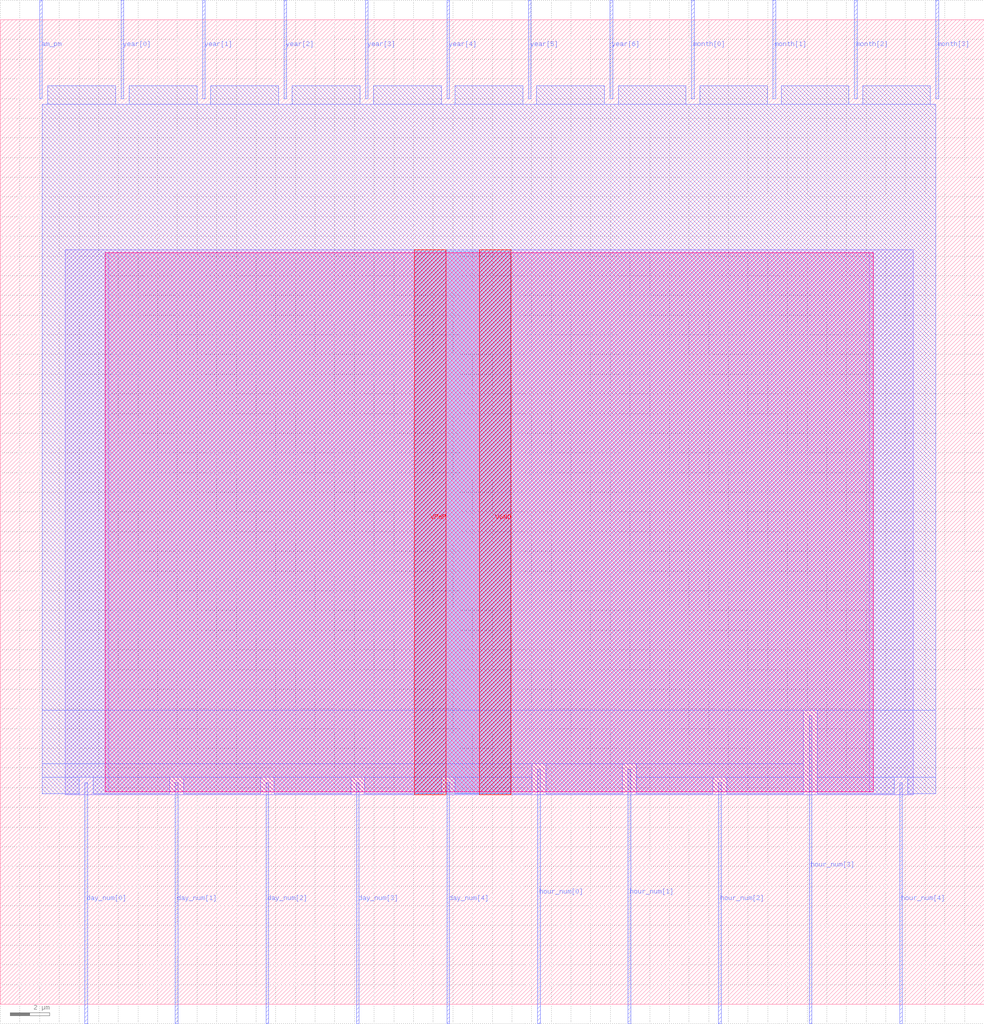
<source format=lef>
VERSION 5.7 ;
  NOWIREEXTENSIONATPIN ON ;
  DIVIDERCHAR "/" ;
  BUSBITCHARS "[]" ;
MACRO decode_day
  CLASS BLOCK ;
  FOREIGN decode_day ;
  ORIGIN 0.000 0.000 ;
  SIZE 50.000 BY 50.000 ;
  PIN VGND
    DIRECTION INOUT ;
    USE GROUND ;
    PORT
      LAYER met4 ;
        RECT 24.340 10.640 25.940 38.320 ;
    END
  END VGND
  PIN VPWR
    DIRECTION INOUT ;
    USE POWER ;
    PORT
      LAYER met4 ;
        RECT 21.040 10.640 22.640 38.320 ;
    END
  END VPWR
  PIN am_pm
    DIRECTION INPUT ;
    USE SIGNAL ;
    ANTENNAGATEAREA 0.196500 ;
    PORT
      LAYER met2 ;
        RECT 2.000 46.000 2.140 51.000 ;
    END
  END am_pm
  PIN day_num[0]
    DIRECTION OUTPUT ;
    USE SIGNAL ;
    ANTENNADIFFAREA 0.445500 ;
    PORT
      LAYER met2 ;
        RECT 4.300 -1.000 4.440 11.260 ;
    END
  END day_num[0]
  PIN day_num[1]
    DIRECTION OUTPUT ;
    USE SIGNAL ;
    ANTENNADIFFAREA 0.445500 ;
    PORT
      LAYER met2 ;
        RECT 8.900 -1.000 9.040 11.260 ;
    END
  END day_num[1]
  PIN day_num[2]
    DIRECTION OUTPUT ;
    USE SIGNAL ;
    PORT
      LAYER met2 ;
        RECT 13.500 -1.000 13.640 11.260 ;
    END
  END day_num[2]
  PIN day_num[3]
    DIRECTION OUTPUT ;
    USE SIGNAL ;
    PORT
      LAYER met2 ;
        RECT 18.100 -1.000 18.240 11.260 ;
    END
  END day_num[3]
  PIN day_num[4]
    DIRECTION OUTPUT ;
    USE SIGNAL ;
    PORT
      LAYER met2 ;
        RECT 22.700 -1.000 22.840 11.260 ;
    END
  END day_num[4]
  PIN hour_num[0]
    DIRECTION OUTPUT ;
    USE SIGNAL ;
    PORT
      LAYER met2 ;
        RECT 27.300 -1.000 27.440 11.940 ;
    END
  END hour_num[0]
  PIN hour_num[1]
    DIRECTION OUTPUT ;
    USE SIGNAL ;
    PORT
      LAYER met2 ;
        RECT 31.900 -1.000 32.040 11.940 ;
    END
  END hour_num[1]
  PIN hour_num[2]
    DIRECTION OUTPUT ;
    USE SIGNAL ;
    ANTENNADIFFAREA 0.445500 ;
    PORT
      LAYER met2 ;
        RECT 36.500 -1.000 36.640 11.260 ;
    END
  END hour_num[2]
  PIN hour_num[3]
    DIRECTION OUTPUT ;
    USE SIGNAL ;
    PORT
      LAYER met2 ;
        RECT 41.100 -1.000 41.240 14.660 ;
    END
  END hour_num[3]
  PIN hour_num[4]
    DIRECTION OUTPUT ;
    USE SIGNAL ;
    ANTENNADIFFAREA 0.445500 ;
    PORT
      LAYER met2 ;
        RECT 45.700 -1.000 45.840 11.260 ;
    END
  END hour_num[4]
  PIN month[0]
    DIRECTION INPUT ;
    USE SIGNAL ;
    ANTENNAGATEAREA 0.196500 ;
    PORT
      LAYER met2 ;
        RECT 35.120 46.000 35.260 51.000 ;
    END
  END month[0]
  PIN month[1]
    DIRECTION INPUT ;
    USE SIGNAL ;
    ANTENNAGATEAREA 0.196500 ;
    PORT
      LAYER met2 ;
        RECT 39.260 46.000 39.400 51.000 ;
    END
  END month[1]
  PIN month[2]
    DIRECTION INPUT ;
    USE SIGNAL ;
    ANTENNAGATEAREA 0.196500 ;
    PORT
      LAYER met2 ;
        RECT 43.400 46.000 43.540 51.000 ;
    END
  END month[2]
  PIN month[3]
    DIRECTION INPUT ;
    USE SIGNAL ;
    ANTENNAGATEAREA 0.196500 ;
    PORT
      LAYER met2 ;
        RECT 47.540 46.000 47.680 51.000 ;
    END
  END month[3]
  PIN year[0]
    DIRECTION INPUT ;
    USE SIGNAL ;
    ANTENNAGATEAREA 0.196500 ;
    PORT
      LAYER met2 ;
        RECT 6.140 46.000 6.280 51.000 ;
    END
  END year[0]
  PIN year[1]
    DIRECTION INPUT ;
    USE SIGNAL ;
    ANTENNAGATEAREA 0.196500 ;
    PORT
      LAYER met2 ;
        RECT 10.280 46.000 10.420 51.000 ;
    END
  END year[1]
  PIN year[2]
    DIRECTION INPUT ;
    USE SIGNAL ;
    PORT
      LAYER met2 ;
        RECT 14.420 46.000 14.560 51.000 ;
    END
  END year[2]
  PIN year[3]
    DIRECTION INPUT ;
    USE SIGNAL ;
    PORT
      LAYER met2 ;
        RECT 18.560 46.000 18.700 51.000 ;
    END
  END year[3]
  PIN year[4]
    DIRECTION INPUT ;
    USE SIGNAL ;
    PORT
      LAYER met2 ;
        RECT 22.700 46.000 22.840 51.000 ;
    END
  END year[4]
  PIN year[5]
    DIRECTION INPUT ;
    USE SIGNAL ;
    PORT
      LAYER met2 ;
        RECT 26.840 46.000 26.980 51.000 ;
    END
  END year[5]
  PIN year[6]
    DIRECTION INPUT ;
    USE SIGNAL ;
    PORT
      LAYER met2 ;
        RECT 30.980 46.000 31.120 51.000 ;
    END
  END year[6]
  OBS
      LAYER nwell ;
        RECT 5.330 10.795 44.350 38.165 ;
      LAYER li1 ;
        RECT 5.520 10.795 44.160 38.165 ;
      LAYER met1 ;
        RECT 3.290 10.640 46.390 38.320 ;
      LAYER met2 ;
        RECT 2.420 45.720 5.860 46.650 ;
        RECT 6.560 45.720 10.000 46.650 ;
        RECT 10.700 45.720 14.140 46.650 ;
        RECT 14.840 45.720 18.280 46.650 ;
        RECT 18.980 45.720 22.420 46.650 ;
        RECT 23.120 45.720 26.560 46.650 ;
        RECT 27.260 45.720 30.700 46.650 ;
        RECT 31.400 45.720 34.840 46.650 ;
        RECT 35.540 45.720 38.980 46.650 ;
        RECT 39.680 45.720 43.120 46.650 ;
        RECT 43.820 45.720 47.260 46.650 ;
        RECT 2.140 14.940 47.540 45.720 ;
        RECT 2.140 12.220 40.820 14.940 ;
        RECT 2.140 11.540 27.020 12.220 ;
        RECT 2.140 10.695 4.020 11.540 ;
        RECT 4.720 10.695 8.620 11.540 ;
        RECT 9.320 10.695 13.220 11.540 ;
        RECT 13.920 10.695 17.820 11.540 ;
        RECT 18.520 10.695 22.420 11.540 ;
        RECT 23.120 10.695 27.020 11.540 ;
        RECT 27.720 10.695 31.620 12.220 ;
        RECT 32.320 11.540 40.820 12.220 ;
        RECT 32.320 10.695 36.220 11.540 ;
        RECT 36.920 10.695 40.820 11.540 ;
        RECT 41.520 11.540 47.540 14.940 ;
        RECT 41.520 10.695 45.420 11.540 ;
        RECT 46.120 10.695 47.540 11.540 ;
      LAYER met3 ;
        RECT 21.050 10.715 25.930 38.245 ;
  END
END decode_day
END LIBRARY


</source>
